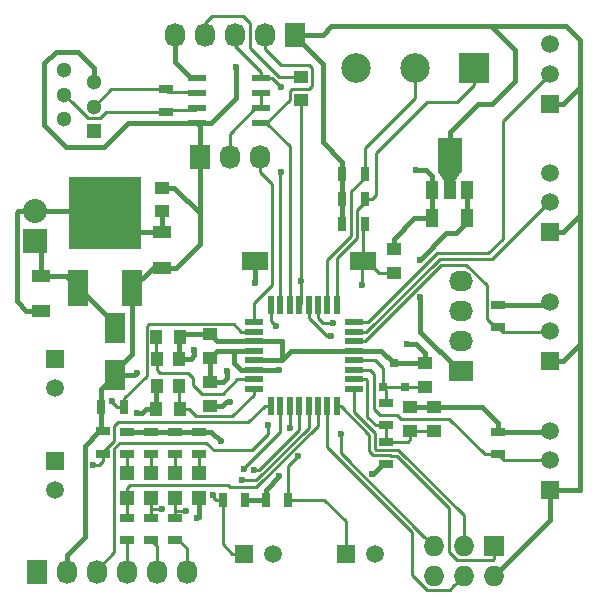
<source format=gtl>
G04 #@! TF.FileFunction,Copper,L1,Top,Signal*
%FSLAX46Y46*%
G04 Gerber Fmt 4.6, Leading zero omitted, Abs format (unit mm)*
G04 Created by KiCad (PCBNEW 4.0.2-stable) date 3/23/2016 2:13:11 PM*
%MOMM*%
G01*
G04 APERTURE LIST*
%ADD10C,0.100000*%
%ADD11R,1.727200X2.032000*%
%ADD12O,1.727200X2.032000*%
%ADD13R,1.250000X1.000000*%
%ADD14R,1.000000X1.250000*%
%ADD15R,0.800100X0.800100*%
%ADD16R,1.300000X0.700000*%
%ADD17R,1.600000X0.550000*%
%ADD18R,0.550000X1.600000*%
%ADD19R,1.727200X1.727200*%
%ADD20O,1.727200X1.727200*%
%ADD21C,2.500000*%
%ADD22R,2.500000X2.500000*%
%ADD23R,0.700000X1.300000*%
%ADD24R,1.550000X0.600000*%
%ADD25R,2.180000X1.600000*%
%ADD26R,1.500000X1.500000*%
%ADD27C,1.500000*%
%ADD28R,1.600000X1.000000*%
%ADD29R,1.000000X1.600000*%
%ADD30R,1.800860X2.499360*%
%ADD31R,1.651000X3.048000*%
%ADD32R,6.096000X6.096000*%
%ADD33R,1.000760X1.501140*%
%ADD34R,1.998980X2.999740*%
%ADD35R,1.198880X1.198880*%
%ADD36R,2.032000X2.032000*%
%ADD37O,2.032000X2.032000*%
%ADD38R,2.032000X1.727200*%
%ADD39O,2.032000X1.727200*%
%ADD40C,1.300000*%
%ADD41R,1.300000X1.300000*%
%ADD42R,1.100000X1.300000*%
%ADD43C,0.600000*%
%ADD44C,0.400000*%
%ADD45C,0.250000*%
G04 APERTURE END LIST*
D10*
D11*
X114300000Y-72136000D03*
D12*
X111760000Y-72136000D03*
X109220000Y-72136000D03*
X106680000Y-72136000D03*
X104140000Y-72136000D03*
D13*
X107124500Y-101552500D03*
X107124500Y-103552500D03*
X107124500Y-99488500D03*
X107124500Y-97488500D03*
D14*
X102568500Y-97726500D03*
X104568500Y-97726500D03*
X104568500Y-103822500D03*
X102568500Y-103822500D03*
D13*
X122682000Y-92313000D03*
X122682000Y-90313000D03*
X126111000Y-105664000D03*
X126111000Y-103664000D03*
X124079000Y-105664000D03*
X124079000Y-103664000D03*
X125349000Y-101965000D03*
X125349000Y-99965000D03*
D15*
X121732000Y-101965760D03*
X123632000Y-101965760D03*
X122682000Y-99966780D03*
D16*
X122047000Y-108519000D03*
X122047000Y-106619000D03*
D17*
X110812000Y-96514000D03*
X110812000Y-97314000D03*
X110812000Y-98114000D03*
X110812000Y-98914000D03*
X110812000Y-99714000D03*
X110812000Y-100514000D03*
X110812000Y-101314000D03*
X110812000Y-102114000D03*
D18*
X112262000Y-103564000D03*
X113062000Y-103564000D03*
X113862000Y-103564000D03*
X114662000Y-103564000D03*
X115462000Y-103564000D03*
X116262000Y-103564000D03*
X117062000Y-103564000D03*
X117862000Y-103564000D03*
D17*
X119312000Y-102114000D03*
X119312000Y-101314000D03*
X119312000Y-100514000D03*
X119312000Y-99714000D03*
X119312000Y-98914000D03*
X119312000Y-98114000D03*
X119312000Y-97314000D03*
X119312000Y-96514000D03*
D18*
X117862000Y-95064000D03*
X117062000Y-95064000D03*
X116262000Y-95064000D03*
X115462000Y-95064000D03*
X114662000Y-95064000D03*
X113862000Y-95064000D03*
X113062000Y-95064000D03*
X112262000Y-95064000D03*
D19*
X131127500Y-115443000D03*
D20*
X131127500Y-117983000D03*
X128587500Y-115443000D03*
X128587500Y-117983000D03*
X126047500Y-115443000D03*
X126047500Y-117983000D03*
D11*
X106235500Y-82486500D03*
D12*
X108775500Y-82486500D03*
X111315500Y-82486500D03*
D11*
X92456000Y-117602000D03*
D12*
X94996000Y-117602000D03*
X97536000Y-117602000D03*
X100076000Y-117602000D03*
X102616000Y-117602000D03*
X105156000Y-117602000D03*
D21*
X119460000Y-74930000D03*
D22*
X129460000Y-74930000D03*
D21*
X124460000Y-74930000D03*
D16*
X100076000Y-114930000D03*
X100076000Y-113030000D03*
X102108000Y-114930000D03*
X102108000Y-113030000D03*
X104140000Y-114930000D03*
X104140000Y-113030000D03*
D23*
X118303000Y-86042500D03*
X120203000Y-86042500D03*
X118303000Y-83947000D03*
X120203000Y-83947000D03*
X97919500Y-103695500D03*
X99819500Y-103695500D03*
D16*
X98044000Y-105730000D03*
X98044000Y-107630000D03*
D23*
X110104000Y-111506000D03*
X108204000Y-111506000D03*
X111826000Y-111506000D03*
X113726000Y-111506000D03*
D16*
X103378000Y-78674000D03*
X103378000Y-76774000D03*
X104162608Y-107652270D03*
X104162608Y-105752270D03*
X102130608Y-107652270D03*
X102130608Y-105752270D03*
X100098608Y-107652270D03*
X100098608Y-105752270D03*
X106194608Y-107652270D03*
X106194608Y-105752270D03*
D23*
X118303000Y-88138000D03*
X120203000Y-88138000D03*
D16*
X122047000Y-105217000D03*
X122047000Y-103317000D03*
D24*
X111412000Y-79629000D03*
X111412000Y-78359000D03*
X111412000Y-77089000D03*
X111412000Y-75819000D03*
X106012000Y-75819000D03*
X106012000Y-77089000D03*
X106012000Y-78359000D03*
X106012000Y-79629000D03*
D13*
X114808000Y-75708000D03*
X114808000Y-77708000D03*
D25*
X120108930Y-91315320D03*
X110904070Y-91310680D03*
D26*
X118618000Y-116078000D03*
D27*
X121118000Y-116078000D03*
D26*
X109982000Y-116078000D03*
D27*
X112482000Y-116078000D03*
D26*
X93980000Y-108204000D03*
D27*
X93980000Y-110704000D03*
D26*
X93980000Y-99568000D03*
D27*
X93980000Y-102068000D03*
D28*
X92773500Y-92543500D03*
X92773500Y-95543500D03*
D13*
X103060500Y-85106000D03*
X103060500Y-87106000D03*
D28*
X103060500Y-91860500D03*
X103060500Y-88860500D03*
D29*
X128881000Y-87693500D03*
X125881000Y-87693500D03*
D30*
X99060000Y-96997520D03*
X99060000Y-100995480D03*
D31*
X95948500Y-93599000D03*
D32*
X98234500Y-87249000D03*
D31*
X100520500Y-93599000D03*
D33*
X125902720Y-85280500D03*
X127403860Y-85280500D03*
X128905000Y-85280500D03*
D34*
X127403860Y-82329020D03*
D10*
G36*
X128404620Y-83803490D02*
X127904240Y-84552790D01*
X126903480Y-84552790D01*
X126403100Y-83803490D01*
X128404620Y-83803490D01*
X128404620Y-83803490D01*
G37*
D35*
X104162608Y-109275250D03*
X104162608Y-111373290D03*
X102130608Y-109275250D03*
X102130608Y-111373290D03*
X100098608Y-109275250D03*
X100098608Y-111373290D03*
X106194608Y-109275250D03*
X106194608Y-111373290D03*
D36*
X92329000Y-89598500D03*
D37*
X92329000Y-87058500D03*
D38*
X128397000Y-100647500D03*
D39*
X128397000Y-98107500D03*
X128397000Y-95567500D03*
X128397000Y-93027500D03*
D16*
X131508500Y-96901000D03*
X131508500Y-95001000D03*
X131508500Y-107691000D03*
X131508500Y-105791000D03*
D40*
X97296000Y-78234000D03*
X97296000Y-76194000D03*
D41*
X97296000Y-80274000D03*
D40*
X94756000Y-75174000D03*
X94756000Y-77214000D03*
X94756000Y-79254000D03*
D26*
X135890000Y-99742000D03*
D27*
X135890000Y-97242000D03*
X135890000Y-94742000D03*
D26*
X135890000Y-110664000D03*
D27*
X135890000Y-108164000D03*
X135890000Y-105664000D03*
D26*
X135890000Y-77978000D03*
D27*
X135890000Y-75478000D03*
X135890000Y-72978000D03*
D26*
X135890000Y-88820000D03*
D27*
X135890000Y-86320000D03*
X135890000Y-83820000D03*
D42*
X102618500Y-99624500D03*
X102618500Y-101924500D03*
X104518500Y-99624500D03*
X104518500Y-101924500D03*
D43*
X108585000Y-100584000D03*
X100901500Y-100774500D03*
X106045000Y-113093500D03*
X120838660Y-109348839D03*
X112966500Y-100520500D03*
X112966500Y-109537500D03*
X109283500Y-74866500D03*
X110896400Y-93192600D03*
X124523500Y-83629500D03*
X100965000Y-104140000D03*
X108839000Y-103251000D03*
X105791000Y-98869500D03*
X108045338Y-106553000D03*
X123761500Y-98298000D03*
X105092500Y-112448520D03*
X110807500Y-108966000D03*
X109791500Y-109855000D03*
X103060500Y-112331500D03*
X103060500Y-112331500D03*
X98806000Y-103124000D03*
X97220020Y-108585000D03*
X107378500Y-111125000D03*
X110007514Y-108959589D03*
X114602619Y-107808119D03*
X113855500Y-105473500D03*
X113093500Y-76581000D03*
X113093500Y-83756500D03*
X112712500Y-96837500D03*
X112014000Y-105219500D03*
X118173500Y-105981500D03*
X120015000Y-93345000D03*
X114808000Y-92964000D03*
X124904500Y-94361000D03*
X124904500Y-91186000D03*
X117500400Y-96545400D03*
X117348000Y-97663002D03*
D44*
X109118400Y-98914000D02*
X107711800Y-98914000D01*
X107711800Y-98914000D02*
X107705400Y-98907600D01*
X110812000Y-98914000D02*
X109118400Y-98914000D01*
X109118400Y-98914000D02*
X109118400Y-99923600D01*
X109118400Y-99923600D02*
X109708800Y-100514000D01*
X109708800Y-100514000D02*
X110812000Y-100514000D01*
X107124500Y-99488500D02*
X107705400Y-98907600D01*
X110805600Y-98907600D02*
X110812000Y-98914000D01*
X131635500Y-71437500D02*
X130911600Y-71437500D01*
X130911600Y-71437500D02*
X117348000Y-71437500D01*
X132918200Y-76098400D02*
X132918200Y-73444100D01*
X132918200Y-73444100D02*
X130911600Y-71437500D01*
X130987800Y-78028800D02*
X132918200Y-76098400D01*
X129804210Y-78028800D02*
X130987800Y-78028800D01*
X127403860Y-82329020D02*
X127403860Y-80429150D01*
X127403860Y-80429150D02*
X129804210Y-78028800D01*
X96520000Y-114662000D02*
X96520000Y-106954000D01*
X96520000Y-106954000D02*
X97744000Y-105730000D01*
X97744000Y-105730000D02*
X98044000Y-105730000D01*
X94996000Y-117602000D02*
X94996000Y-116186000D01*
X94996000Y-116186000D02*
X96520000Y-114662000D01*
X99060000Y-100995480D02*
X97919500Y-102135980D01*
X97919500Y-102135980D02*
X97919500Y-103695500D01*
X95948500Y-73596500D02*
X97296000Y-74944000D01*
X97296000Y-74944000D02*
X97296000Y-76194000D01*
X94043500Y-73596500D02*
X95948500Y-73596500D01*
X106012000Y-79629000D02*
X100203000Y-79629000D01*
X100203000Y-79629000D02*
X98171000Y-81661000D01*
X98171000Y-81661000D02*
X94932500Y-81661000D01*
X94932500Y-81661000D02*
X93091000Y-79819500D01*
X93091000Y-79819500D02*
X93091000Y-74549000D01*
X93091000Y-74549000D02*
X94043500Y-73596500D01*
X106235500Y-89885500D02*
X106235500Y-87312500D01*
X106235500Y-87312500D02*
X106235500Y-82486500D01*
X103060500Y-85106000D02*
X104085500Y-85106000D01*
X104085500Y-85106000D02*
X106235500Y-87256000D01*
X106235500Y-87256000D02*
X106235500Y-87312500D01*
X103060500Y-91860500D02*
X104260500Y-91860500D01*
X104260500Y-91860500D02*
X106235500Y-89885500D01*
X116649500Y-81243500D02*
X116649500Y-74637900D01*
X116649500Y-74637900D02*
X114300000Y-72288400D01*
X114300000Y-72288400D02*
X114300000Y-72136000D01*
X137287000Y-71437500D02*
X131635500Y-71437500D01*
X138430000Y-87439500D02*
X138430000Y-76454000D01*
X138430000Y-76454000D02*
X138430000Y-72580500D01*
X137040000Y-77978000D02*
X138430000Y-76588000D01*
X135890000Y-77978000D02*
X137040000Y-77978000D01*
X138430000Y-76588000D02*
X138430000Y-76454000D01*
X117348000Y-71437500D02*
X116649500Y-72136000D01*
X138430000Y-72580500D02*
X137287000Y-71437500D01*
X138430000Y-97980500D02*
X138430000Y-87439500D01*
X135890000Y-88820000D02*
X137040000Y-88820000D01*
X137040000Y-88820000D02*
X138420500Y-87439500D01*
X138420500Y-87439500D02*
X138430000Y-87439500D01*
X138430000Y-102282000D02*
X138430000Y-97980500D01*
X135890000Y-99742000D02*
X137040000Y-99742000D01*
X138430000Y-98352000D02*
X138430000Y-97980500D01*
X137040000Y-99742000D02*
X138430000Y-98352000D01*
X135890000Y-110664000D02*
X138430000Y-110663999D01*
X138430000Y-110663999D02*
X138430000Y-102282000D01*
X108585000Y-101219000D02*
X108251500Y-101552500D01*
X108251500Y-101552500D02*
X107124500Y-101552500D01*
X108585000Y-100584000D02*
X108585000Y-101219000D01*
X98044000Y-105730000D02*
X97917000Y-105603000D01*
X97917000Y-105603000D02*
X97917000Y-103698000D01*
X97917000Y-103698000D02*
X97919500Y-103695500D01*
X94996000Y-117449600D02*
X94996000Y-117602000D01*
X99060000Y-100995480D02*
X100680520Y-100995480D01*
X100680520Y-100995480D02*
X100901500Y-100774500D01*
X100647500Y-93726000D02*
X100520500Y-93599000D01*
X106194608Y-111373290D02*
X106194608Y-112943892D01*
X106194608Y-112943892D02*
X106045000Y-113093500D01*
X121747000Y-108519000D02*
X120917161Y-109348839D01*
X122047000Y-108519000D02*
X121747000Y-108519000D01*
X120917161Y-109348839D02*
X120838660Y-109348839D01*
X110812000Y-100514000D02*
X112960000Y-100514000D01*
X112960000Y-100514000D02*
X112966500Y-100520500D01*
X111826000Y-111506000D02*
X111826000Y-110678000D01*
X111826000Y-110678000D02*
X112966500Y-109537500D01*
X127403860Y-84178140D02*
X127403860Y-82329020D01*
X127403860Y-85280500D02*
X127403860Y-84178140D01*
X116649500Y-72136000D02*
X116283011Y-72136000D01*
X118303000Y-83947000D02*
X118303000Y-82897000D01*
X118303000Y-82897000D02*
X116649500Y-81243500D01*
X109283500Y-77532500D02*
X109283500Y-74866500D01*
X106012000Y-79629000D02*
X107187000Y-79629000D01*
X107187000Y-79629000D02*
X109283500Y-77532500D01*
X111826000Y-111806000D02*
X111826000Y-111506000D01*
X127403860Y-81828640D02*
X127403860Y-82329020D01*
X116283011Y-72136000D02*
X114300000Y-72136000D01*
X131127500Y-117983000D02*
X135890000Y-113220500D01*
X135890000Y-113220500D02*
X135890000Y-110664000D01*
X118303000Y-86042500D02*
X118303000Y-88138000D01*
X118303000Y-83947000D02*
X118303000Y-86042500D01*
X110104000Y-111506000D02*
X111826000Y-111506000D01*
X107124500Y-100388500D02*
X107124500Y-99488500D01*
X107124500Y-99488500D02*
X107124500Y-101552500D01*
X106235500Y-82486500D02*
X106235500Y-79852500D01*
X106235500Y-79852500D02*
X106012000Y-79629000D01*
X99060000Y-100995480D02*
X99060000Y-100646230D01*
X99060000Y-100646230D02*
X100520500Y-99185730D01*
X100520500Y-99185730D02*
X100520500Y-95523000D01*
X100520500Y-95523000D02*
X100520500Y-93599000D01*
X103060500Y-91860500D02*
X102259000Y-91860500D01*
X102259000Y-91860500D02*
X100520500Y-93599000D01*
X113233200Y-99714000D02*
X113233200Y-99657000D01*
X113233200Y-99657000D02*
X113976200Y-98914000D01*
X110812000Y-98114000D02*
X113201600Y-98114000D01*
X113201600Y-98114000D02*
X113233200Y-98145600D01*
X113233200Y-98145600D02*
X113233200Y-99714000D01*
X113233200Y-99714000D02*
X110812000Y-99714000D01*
X110812000Y-98114000D02*
X110818200Y-98120200D01*
X110818200Y-98120200D02*
X113182400Y-98120200D01*
X113976200Y-98914000D02*
X118316998Y-98914000D01*
X118316998Y-98914000D02*
X119312000Y-98914000D01*
X110896400Y-92518350D02*
X110896400Y-93192600D01*
X110904070Y-91310680D02*
X110904070Y-92510680D01*
X110904070Y-92510680D02*
X110896400Y-92518350D01*
X122682000Y-90313000D02*
X122682000Y-89413000D01*
X122682000Y-89413000D02*
X124401500Y-87693500D01*
X124401500Y-87693500D02*
X124981000Y-87693500D01*
X124981000Y-87693500D02*
X125881000Y-87693500D01*
X103060500Y-88860500D02*
X103060500Y-87106000D01*
X101351000Y-104140000D02*
X100965000Y-104140000D01*
X102568500Y-103822500D02*
X101668500Y-103822500D01*
X101668500Y-103822500D02*
X101351000Y-104140000D01*
X108451000Y-103251000D02*
X108839000Y-103251000D01*
X107124500Y-103552500D02*
X108149500Y-103552500D01*
X108149500Y-103552500D02*
X108451000Y-103251000D01*
X105791000Y-99302000D02*
X105791000Y-98869500D01*
X104518500Y-99624500D02*
X105468500Y-99624500D01*
X105468500Y-99624500D02*
X105791000Y-99302000D01*
X90741500Y-94711500D02*
X90741500Y-87209160D01*
X90741500Y-87209160D02*
X90892160Y-87058500D01*
X90892160Y-87058500D02*
X92329000Y-87058500D01*
X92773500Y-95543500D02*
X91573500Y-95543500D01*
X91573500Y-95543500D02*
X90741500Y-94711500D01*
X106194608Y-105752270D02*
X107244608Y-105752270D01*
X107244608Y-105752270D02*
X108045338Y-106553000D01*
X124582000Y-98298000D02*
X123761500Y-98298000D01*
X125349000Y-99965000D02*
X125349000Y-99065000D01*
X125349000Y-99065000D02*
X124582000Y-98298000D01*
X125402290Y-83629500D02*
X124523500Y-83629500D01*
X125902720Y-85280500D02*
X125902720Y-84129930D01*
X125902720Y-84129930D02*
X125402290Y-83629500D01*
X126111000Y-103664000D02*
X130131500Y-103664000D01*
X130131500Y-103664000D02*
X131508500Y-105041000D01*
X131508500Y-105041000D02*
X131508500Y-105791000D01*
X131508500Y-105791000D02*
X135763000Y-105791000D01*
X135763000Y-105791000D02*
X135890000Y-105664000D01*
X110950500Y-91264250D02*
X110904070Y-91310680D01*
X125881000Y-87693500D02*
X125881000Y-85302220D01*
X125881000Y-85302220D02*
X125902720Y-85280500D01*
X131508500Y-95001000D02*
X135631000Y-95001000D01*
X135631000Y-95001000D02*
X135890000Y-94742000D01*
X125349000Y-99965000D02*
X122683780Y-99965000D01*
X122683780Y-99965000D02*
X122682000Y-99966780D01*
X122682000Y-99966780D02*
X121629220Y-98914000D01*
X121629220Y-98914000D02*
X119312000Y-98914000D01*
X124079000Y-103664000D02*
X126111000Y-103664000D01*
X104162608Y-105752270D02*
X106194608Y-105752270D01*
X102130608Y-105752270D02*
X104162608Y-105752270D01*
X100098608Y-105752270D02*
X102130608Y-105752270D01*
X107124500Y-97488500D02*
X107750000Y-98114000D01*
X107750000Y-98114000D02*
X110812000Y-98114000D01*
X107124500Y-97488500D02*
X104806500Y-97488500D01*
X104806500Y-97488500D02*
X104568500Y-97726500D01*
X104518500Y-99624500D02*
X104518500Y-97776500D01*
X104518500Y-97776500D02*
X104568500Y-97726500D01*
X102568500Y-103822500D02*
X102568500Y-101974500D01*
X102568500Y-101974500D02*
X102618500Y-101924500D01*
X104140000Y-74422000D02*
X104140000Y-72136000D01*
X106012000Y-75819000D02*
X105537000Y-75819000D01*
X105537000Y-75819000D02*
X104140000Y-74422000D01*
X92329000Y-87058500D02*
X98044000Y-87058500D01*
X98044000Y-87058500D02*
X98234500Y-87249000D01*
X103060500Y-88860500D02*
X99846000Y-88860500D01*
X99846000Y-88860500D02*
X98234500Y-87249000D01*
X103068500Y-88852500D02*
X103060500Y-88860500D01*
D45*
X102618500Y-99624500D02*
X102618500Y-100524500D01*
X102618500Y-100524500D02*
X102868500Y-100774500D01*
X102868500Y-100774500D02*
X105219500Y-100774500D01*
X105219500Y-100774500D02*
X105664000Y-101219000D01*
X105664000Y-101219000D02*
X105664000Y-101802002D01*
X105664000Y-101802002D02*
X106414498Y-102552500D01*
X106414498Y-102552500D02*
X108204000Y-102552500D01*
X109442500Y-101314000D02*
X110812000Y-101314000D01*
X108204000Y-102552500D02*
X109442500Y-101314000D01*
X102568500Y-97726500D02*
X102568500Y-99574500D01*
X102568500Y-99574500D02*
X102618500Y-99624500D01*
X110812000Y-102114000D02*
X110812000Y-102639000D01*
X110812000Y-102639000D02*
X108993500Y-104457500D01*
X108993500Y-104457500D02*
X105953500Y-104457500D01*
X105953500Y-104457500D02*
X105318500Y-103822500D01*
X105318500Y-103822500D02*
X104568500Y-103822500D01*
X110287000Y-102114000D02*
X110812000Y-102114000D01*
X104518500Y-101924500D02*
X104518500Y-103772500D01*
X104518500Y-103772500D02*
X104568500Y-103822500D01*
X122047000Y-106619000D02*
X123874000Y-106619000D01*
X123874000Y-106619000D02*
X124079000Y-106414000D01*
X124079000Y-106414000D02*
X124079000Y-105664000D01*
X120362000Y-101314000D02*
X119312000Y-101314000D01*
X120437001Y-101389001D02*
X120362000Y-101314000D01*
X120437001Y-104507001D02*
X120437001Y-101389001D01*
X121147000Y-105217000D02*
X120437001Y-104507001D01*
X122047000Y-105217000D02*
X121147000Y-105217000D01*
X124079000Y-105664000D02*
X126111000Y-105664000D01*
X122047000Y-105217000D02*
X122047000Y-106619000D01*
X121732000Y-101965760D02*
X121732000Y-100332500D01*
X121732000Y-100332500D02*
X121113500Y-99714000D01*
X121113500Y-99714000D02*
X119312000Y-99714000D01*
X123632000Y-101965760D02*
X125348240Y-101965760D01*
X125348240Y-101965760D02*
X125349000Y-101965000D01*
X121732000Y-101965760D02*
X123632000Y-101965760D01*
X122047000Y-103317000D02*
X122047000Y-102280760D01*
X122047000Y-102280760D02*
X121732000Y-101965760D01*
X104162608Y-107652270D02*
X104162608Y-109275250D01*
X104668236Y-112448520D02*
X105092500Y-112448520D01*
X104279628Y-112448520D02*
X104668236Y-112448520D01*
X104162608Y-112331500D02*
X104279628Y-112448520D01*
X114662000Y-105592004D02*
X111288004Y-108966000D01*
X111231764Y-108966000D02*
X110807500Y-108966000D01*
X114662000Y-103564000D02*
X114662000Y-105592004D01*
X111288004Y-108966000D02*
X111231764Y-108966000D01*
X104162608Y-112331500D02*
X104162608Y-113007392D01*
X104162608Y-111373290D02*
X104162608Y-112331500D01*
X104162608Y-113007392D02*
X104140000Y-113030000D01*
X102130608Y-107652270D02*
X102130608Y-109275250D01*
X109791500Y-109855000D02*
X111035415Y-109855000D01*
X111035415Y-109855000D02*
X115462000Y-105428415D01*
X115462000Y-105428415D02*
X115462000Y-104614000D01*
X115462000Y-104614000D02*
X115462000Y-103564000D01*
X102130608Y-112331500D02*
X102130608Y-113007392D01*
X102130608Y-111373290D02*
X102130608Y-112331500D01*
X102130608Y-112331500D02*
X103060500Y-112331500D01*
X102130608Y-113007392D02*
X102108000Y-113030000D01*
X100098608Y-107652270D02*
X100098608Y-109275250D01*
X100098608Y-111373290D02*
X100098608Y-110523850D01*
X100098608Y-110523850D02*
X100322958Y-110299500D01*
X100322958Y-110299500D02*
X108621004Y-110299500D01*
X108621004Y-110299500D02*
X108801505Y-110480001D01*
X108801505Y-110480001D02*
X111046825Y-110480001D01*
X111046825Y-110480001D02*
X116262000Y-105264826D01*
X116262000Y-105264826D02*
X116262000Y-103564000D01*
X100098608Y-111373290D02*
X100098608Y-113007392D01*
X100098608Y-113007392D02*
X100076000Y-113030000D01*
X106194608Y-107652270D02*
X106194608Y-109275250D01*
X112395000Y-93319600D02*
X112395000Y-84832000D01*
X112395000Y-84832000D02*
X111315500Y-83752500D01*
X111315500Y-83752500D02*
X111315500Y-82486500D01*
X110868802Y-94845798D02*
X112395000Y-93319600D01*
X110820200Y-94845798D02*
X110868802Y-94845798D01*
X110812000Y-96514000D02*
X110812000Y-94853998D01*
X110812000Y-94853998D02*
X110820200Y-94845798D01*
X111315500Y-82638900D02*
X111315500Y-82486500D01*
X98806000Y-103282000D02*
X98806000Y-103124000D01*
X99819500Y-103695500D02*
X99219500Y-103695500D01*
X99219500Y-103695500D02*
X98806000Y-103282000D01*
X99819500Y-103695500D02*
X99819500Y-102938498D01*
X101743499Y-96841499D02*
X101921499Y-96663499D01*
X99819500Y-102938498D02*
X101743499Y-101014499D01*
X101743499Y-101014499D02*
X101743499Y-96841499D01*
X101921499Y-96663499D02*
X109111499Y-96663499D01*
X109111499Y-96663499D02*
X109762000Y-97314000D01*
X109762000Y-97314000D02*
X110812000Y-97314000D01*
X97689000Y-108585000D02*
X97644284Y-108585000D01*
X98044000Y-108230000D02*
X97689000Y-108585000D01*
X97644284Y-108585000D02*
X97220020Y-108585000D01*
X98044000Y-107630000D02*
X98044000Y-108230000D01*
X112262000Y-103564000D02*
X111737000Y-103564000D01*
X111737000Y-103564000D02*
X110335500Y-104965500D01*
X110335500Y-104965500D02*
X99300376Y-104965500D01*
X99300376Y-104965500D02*
X99019001Y-105246875D01*
X99019001Y-105246875D02*
X99019001Y-106510464D01*
X99019001Y-106510464D02*
X98044000Y-107485465D01*
X98044000Y-107485465D02*
X98044000Y-107630000D01*
X94043500Y-108267500D02*
X93980000Y-108204000D01*
X107378500Y-111280500D02*
X107378500Y-111125000D01*
X108204000Y-111506000D02*
X107604000Y-111506000D01*
X107604000Y-111506000D02*
X107378500Y-111280500D01*
X113062000Y-103564000D02*
X113062000Y-105786498D01*
X110007514Y-108840984D02*
X110007514Y-108959589D01*
X113062000Y-105786498D02*
X110007514Y-108840984D01*
X108204000Y-111506000D02*
X108204000Y-111206000D01*
X108204000Y-111506000D02*
X108204000Y-115300000D01*
X108982000Y-116078000D02*
X109982000Y-116078000D01*
X108204000Y-115300000D02*
X108982000Y-116078000D01*
X114302620Y-108108118D02*
X114602619Y-107808119D01*
X113726000Y-111506000D02*
X113726000Y-108684738D01*
X113726000Y-108684738D02*
X114302620Y-108108118D01*
X113726000Y-111506000D02*
X116776500Y-111506000D01*
X118618000Y-113347500D02*
X118618000Y-116078000D01*
X116776500Y-111506000D02*
X118618000Y-113347500D01*
X113855500Y-104620500D02*
X113855500Y-105473500D01*
X113862000Y-103564000D02*
X113862000Y-104614000D01*
X113862000Y-104614000D02*
X113855500Y-104620500D01*
X125476971Y-119171601D02*
X127398899Y-119171601D01*
X124206000Y-114236500D02*
X124206000Y-117900630D01*
X117062000Y-103564000D02*
X117062000Y-107092500D01*
X117062000Y-107092500D02*
X124206000Y-114236500D01*
X127398899Y-119171601D02*
X127723901Y-118846599D01*
X124206000Y-117900630D02*
X125476971Y-119171601D01*
X127723901Y-118846599D02*
X128587500Y-117983000D01*
X122349012Y-107744012D02*
X122448999Y-107843999D01*
X120950599Y-107744012D02*
X122349012Y-107744012D01*
X122956999Y-107843999D02*
X127317500Y-112204500D01*
X118169000Y-103564000D02*
X120621988Y-106016988D01*
X120621988Y-106016988D02*
X120621988Y-107415401D01*
X117862000Y-103564000D02*
X118169000Y-103564000D01*
X122448999Y-107843999D02*
X122956999Y-107843999D01*
X120621988Y-107415401D02*
X120950599Y-107744012D01*
X127317500Y-112204500D02*
X127317500Y-115932130D01*
X127317500Y-115932130D02*
X128016971Y-116631601D01*
X128016971Y-116631601D02*
X131052499Y-116631601D01*
X131052499Y-116631601D02*
X131127500Y-116556600D01*
X131127500Y-116556600D02*
X131127500Y-115443000D01*
X123043414Y-107294001D02*
X128587500Y-112838087D01*
X119312000Y-104070590D02*
X121071999Y-105830589D01*
X119312000Y-102114000D02*
X119312000Y-104070590D01*
X121136999Y-107294001D02*
X123043414Y-107294001D01*
X121071999Y-107229001D02*
X121136999Y-107294001D01*
X128587500Y-112838087D02*
X128587500Y-114221686D01*
X128587500Y-114221686D02*
X128587500Y-115443000D01*
X121071999Y-105830589D02*
X121071999Y-107229001D01*
X119312000Y-97314000D02*
X120362000Y-97314000D01*
X120362000Y-97314000D02*
X126559011Y-91116989D01*
X126559011Y-91116989D02*
X131006011Y-91116989D01*
X131006011Y-91116989D02*
X135826500Y-86296500D01*
X135826500Y-86296500D02*
X135866500Y-86296500D01*
X135866500Y-86296500D02*
X135890000Y-86320000D01*
X119312000Y-96514000D02*
X120501502Y-96514000D01*
X120501502Y-96514000D02*
X126348524Y-90666978D01*
X126348524Y-90666978D02*
X130694022Y-90666978D01*
X130694022Y-90666978D02*
X131953000Y-89408000D01*
X131953000Y-89408000D02*
X131953000Y-79415000D01*
X135140001Y-76227999D02*
X135890000Y-75478000D01*
X131953000Y-79415000D02*
X135140001Y-76227999D01*
X127381000Y-104711500D02*
X130360500Y-107691000D01*
X123317000Y-104711500D02*
X127381000Y-104711500D01*
X119312000Y-100514000D02*
X120643500Y-100514000D01*
X120643500Y-100514000D02*
X121006949Y-100877449D01*
X121006949Y-100877449D02*
X121006949Y-103861951D01*
X121006949Y-103861951D02*
X121475498Y-104330500D01*
X121475498Y-104330500D02*
X122936000Y-104330500D01*
X122936000Y-104330500D02*
X123317000Y-104711500D01*
X130360500Y-107691000D02*
X131508500Y-107691000D01*
X135890000Y-108164000D02*
X131981500Y-108164000D01*
X131981500Y-108164000D02*
X131508500Y-107691000D01*
X131508500Y-96901000D02*
X131889500Y-97282000D01*
X131889500Y-97282000D02*
X135850000Y-97282000D01*
X135850000Y-97282000D02*
X135890000Y-97242000D01*
X131208500Y-96901000D02*
X131508500Y-96901000D01*
X128833348Y-91630500D02*
X130533499Y-93330651D01*
X130533499Y-93330651D02*
X130533499Y-96225999D01*
X126709998Y-91630500D02*
X128833348Y-91630500D01*
X130533499Y-96225999D02*
X131208500Y-96901000D01*
X120226498Y-98114000D02*
X126709998Y-91630500D01*
X119312000Y-98114000D02*
X120226498Y-98114000D01*
X120203000Y-86042500D02*
X120803000Y-86042500D01*
X120803000Y-86042500D02*
X121158000Y-85687500D01*
X121158000Y-85687500D02*
X121158000Y-82169000D01*
X121158000Y-82169000D02*
X125476000Y-77851000D01*
X125476000Y-77851000D02*
X128039000Y-77851000D01*
X128039000Y-77851000D02*
X129460000Y-76430000D01*
X129460000Y-76430000D02*
X129460000Y-74930000D01*
X119527999Y-89387001D02*
X117862000Y-91053000D01*
X117862000Y-91053000D02*
X117862000Y-95064000D01*
X120203000Y-86042500D02*
X120203000Y-86342500D01*
X120203000Y-86342500D02*
X119527999Y-87017501D01*
X119527999Y-87017501D02*
X119527999Y-89387001D01*
X119077988Y-85372012D02*
X120203000Y-84247000D01*
X119077988Y-89200601D02*
X119077988Y-85372012D01*
X120203000Y-84247000D02*
X120203000Y-83947000D01*
X117062000Y-91216589D02*
X119077988Y-89200601D01*
X117062000Y-95064000D02*
X117062000Y-91216589D01*
X120203000Y-83947000D02*
X120203000Y-81727000D01*
X120203000Y-81727000D02*
X124460000Y-77470000D01*
X124460000Y-76697766D02*
X124460000Y-74930000D01*
X124460000Y-77470000D02*
X124460000Y-76697766D01*
X111887000Y-79629000D02*
X113857999Y-77658001D01*
X111760000Y-73342500D02*
X111760000Y-72136000D01*
X113857999Y-77658001D02*
X113857999Y-76947999D01*
X113857999Y-76947999D02*
X114097998Y-76708000D01*
X114097998Y-76708000D02*
X115518002Y-76708000D01*
X115518002Y-76708000D02*
X115758001Y-76468001D01*
X115758001Y-76468001D02*
X115758001Y-74947999D01*
X113093500Y-74676000D02*
X111760000Y-73342500D01*
X115758001Y-74947999D02*
X115486002Y-74676000D01*
X115486002Y-74676000D02*
X113093500Y-74676000D01*
X111760000Y-71983600D02*
X111760000Y-72136000D01*
X113862000Y-95064000D02*
X113862000Y-81604000D01*
X113862000Y-81604000D02*
X111887000Y-79629000D01*
X111887000Y-79629000D02*
X111412000Y-79629000D01*
X113062000Y-95064000D02*
X113062000Y-83788000D01*
X113062000Y-83788000D02*
X113093500Y-83756500D01*
X109220000Y-73077000D02*
X109220000Y-72136000D01*
X111412000Y-75269000D02*
X109220000Y-73077000D01*
X111412000Y-75819000D02*
X111412000Y-75269000D01*
X113093500Y-76581000D02*
X112331500Y-75819000D01*
X112331500Y-75819000D02*
X111412000Y-75819000D01*
X97536000Y-117602000D02*
X97536000Y-117449600D01*
X97536000Y-117449600D02*
X99019001Y-115966599D01*
X99019001Y-115966599D02*
X99019001Y-107146875D01*
X99019001Y-107146875D02*
X99485876Y-106680000D01*
X99485876Y-106680000D02*
X106807340Y-106680000D01*
X106807340Y-106680000D02*
X107442340Y-107315000D01*
X107442340Y-107315000D02*
X110680500Y-107315000D01*
X110680500Y-107315000D02*
X112014000Y-105981500D01*
X112014000Y-105981500D02*
X112014000Y-105219500D01*
X112262000Y-95064000D02*
X112262000Y-96387000D01*
X112262000Y-96387000D02*
X112712500Y-96837500D01*
X108775500Y-82486500D02*
X108775500Y-80520500D01*
X108775500Y-80520500D02*
X110937000Y-78359000D01*
X110937000Y-78359000D02*
X111412000Y-78359000D01*
X111412000Y-77089000D02*
X111412000Y-78359000D01*
X100076000Y-114930000D02*
X100076000Y-115530000D01*
X100076000Y-115530000D02*
X100076000Y-117602000D01*
X102108000Y-114930000D02*
X102616000Y-115438000D01*
X102616000Y-115438000D02*
X102616000Y-117602000D01*
X104140000Y-114930000D02*
X104440000Y-114930000D01*
X104440000Y-114930000D02*
X105156000Y-115646000D01*
X105156000Y-115646000D02*
X105156000Y-116336000D01*
X105156000Y-116336000D02*
X105156000Y-117602000D01*
X103378000Y-76774000D02*
X98756000Y-76774000D01*
X98756000Y-76774000D02*
X97296000Y-78234000D01*
X106012000Y-77089000D02*
X105885000Y-76962000D01*
X105885000Y-76962000D02*
X103566000Y-76962000D01*
X103566000Y-76962000D02*
X103378000Y-76774000D01*
X103378000Y-78674000D02*
X98299002Y-78674000D01*
X98299002Y-78674000D02*
X97764001Y-79209001D01*
X97764001Y-79209001D02*
X96751001Y-79209001D01*
X96751001Y-79209001D02*
X95405999Y-77863999D01*
X95405999Y-77863999D02*
X94756000Y-77214000D01*
X103378000Y-78674000D02*
X103566000Y-78486000D01*
X103566000Y-78486000D02*
X105885000Y-78486000D01*
X105885000Y-78486000D02*
X106012000Y-78359000D01*
X120108930Y-91315320D02*
X120108930Y-88232070D01*
X120108930Y-88232070D02*
X120203000Y-88138000D01*
X120398320Y-91315320D02*
X121396000Y-92313000D01*
X121396000Y-92313000D02*
X122682000Y-92313000D01*
X120108930Y-91315320D02*
X120398320Y-91315320D01*
X126047500Y-115443000D02*
X125183901Y-114579401D01*
X118173500Y-106405764D02*
X118173500Y-105981500D01*
X118173500Y-107567590D02*
X118173500Y-106405764D01*
X125183901Y-114579401D02*
X125183901Y-114577991D01*
X125183901Y-114577991D02*
X118173500Y-107567590D01*
X120015000Y-93345000D02*
X120015000Y-91409250D01*
X120015000Y-91409250D02*
X120108930Y-91315320D01*
X114808000Y-92964000D02*
X114808000Y-94918000D01*
X114808000Y-77708000D02*
X114808000Y-92964000D01*
X114808000Y-94918000D02*
X114662000Y-95064000D01*
X114808000Y-75708000D02*
X112919000Y-75708000D01*
X107251500Y-70548500D02*
X106680000Y-71120000D01*
X112919000Y-75708000D02*
X110490000Y-73279000D01*
X110490000Y-73279000D02*
X110490000Y-71120000D01*
X110490000Y-71120000D02*
X109918500Y-70548500D01*
X109918500Y-70548500D02*
X107251500Y-70548500D01*
X106680000Y-71120000D02*
X106680000Y-72136000D01*
D44*
X99060000Y-96997520D02*
X99060000Y-96648270D01*
X99060000Y-96648270D02*
X96010730Y-93599000D01*
X96010730Y-93599000D02*
X95948500Y-93599000D01*
X92773500Y-92543500D02*
X92773500Y-90043000D01*
X92773500Y-90043000D02*
X92329000Y-89598500D01*
X92773500Y-92543500D02*
X94893000Y-92543500D01*
X94893000Y-92543500D02*
X95948500Y-93599000D01*
X124904500Y-91186000D02*
X127127000Y-88963500D01*
X127127000Y-88963500D02*
X127911000Y-88963500D01*
X127911000Y-88963500D02*
X128881000Y-87993500D01*
X128881000Y-87993500D02*
X128881000Y-87693500D01*
X124904500Y-91186000D02*
X124904500Y-91162000D01*
X128244600Y-100647500D02*
X124904500Y-97307400D01*
X124904500Y-97307400D02*
X124904500Y-94361000D01*
X128397000Y-100647500D02*
X128244600Y-100647500D01*
X128881000Y-87693500D02*
X128881000Y-85304500D01*
X128881000Y-85304500D02*
X128905000Y-85280500D01*
D45*
X116693400Y-96545400D02*
X117076136Y-96545400D01*
X116262000Y-95064000D02*
X116262000Y-96114000D01*
X116262000Y-96114000D02*
X116693400Y-96545400D01*
X117076136Y-96545400D02*
X117500400Y-96545400D01*
X117011002Y-97663002D02*
X117348000Y-97663002D01*
X115462000Y-96114000D02*
X117011002Y-97663002D01*
X115462000Y-95064000D02*
X115462000Y-96114000D01*
M02*

</source>
